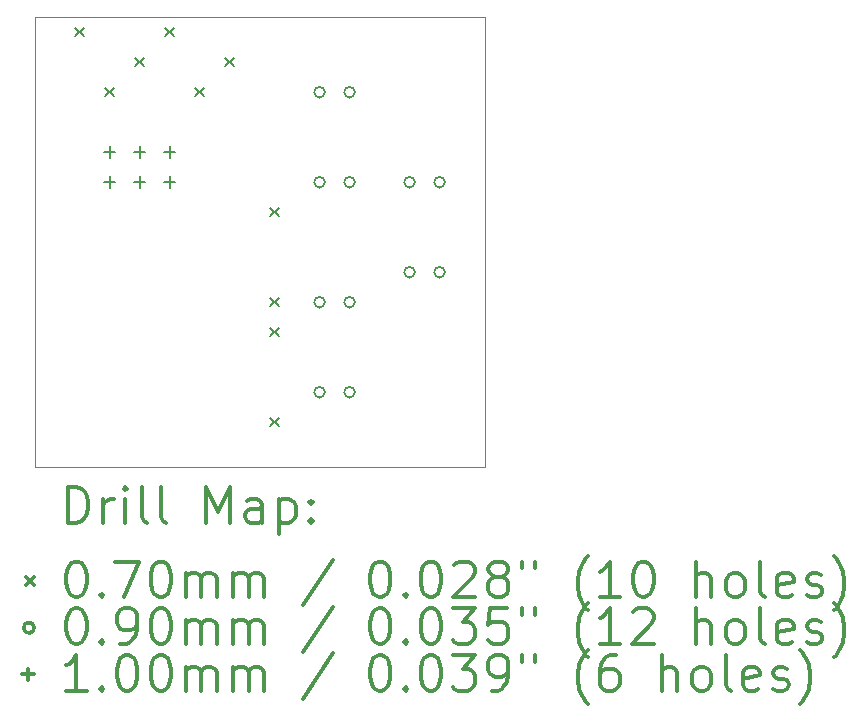
<source format=gbr>
%FSLAX45Y45*%
G04 Gerber Fmt 4.5, Leading zero omitted, Abs format (unit mm)*
G04 Created by KiCad (PCBNEW 5.1.9) date 2021-04-18 01:27:07*
%MOMM*%
%LPD*%
G01*
G04 APERTURE LIST*
%TA.AperFunction,Profile*%
%ADD10C,0.050000*%
%TD*%
%ADD11C,0.200000*%
%ADD12C,0.300000*%
G04 APERTURE END LIST*
D10*
X2413000Y-6223000D02*
X2413000Y-2413000D01*
X6223000Y-6223000D02*
X2413000Y-6223000D01*
X6223000Y-2413000D02*
X6223000Y-6223000D01*
X2413000Y-2413000D02*
X6223000Y-2413000D01*
D11*
X2759000Y-2505000D02*
X2829000Y-2575000D01*
X2829000Y-2505000D02*
X2759000Y-2575000D01*
X3013000Y-3013000D02*
X3083000Y-3083000D01*
X3083000Y-3013000D02*
X3013000Y-3083000D01*
X3267000Y-2759000D02*
X3337000Y-2829000D01*
X3337000Y-2759000D02*
X3267000Y-2829000D01*
X3521000Y-2505000D02*
X3591000Y-2575000D01*
X3591000Y-2505000D02*
X3521000Y-2575000D01*
X3775000Y-3013000D02*
X3845000Y-3083000D01*
X3845000Y-3013000D02*
X3775000Y-3083000D01*
X4029000Y-2759000D02*
X4099000Y-2829000D01*
X4099000Y-2759000D02*
X4029000Y-2829000D01*
X4410000Y-4029000D02*
X4480000Y-4099000D01*
X4480000Y-4029000D02*
X4410000Y-4099000D01*
X4410000Y-4791000D02*
X4480000Y-4861000D01*
X4480000Y-4791000D02*
X4410000Y-4861000D01*
X4410000Y-5045000D02*
X4480000Y-5115000D01*
X4480000Y-5045000D02*
X4410000Y-5115000D01*
X4410000Y-5807000D02*
X4480000Y-5877000D01*
X4480000Y-5807000D02*
X4410000Y-5877000D01*
X4871000Y-3048000D02*
G75*
G03*
X4871000Y-3048000I-45000J0D01*
G01*
X4871000Y-3810000D02*
G75*
G03*
X4871000Y-3810000I-45000J0D01*
G01*
X4871000Y-4826000D02*
G75*
G03*
X4871000Y-4826000I-45000J0D01*
G01*
X4871000Y-5588000D02*
G75*
G03*
X4871000Y-5588000I-45000J0D01*
G01*
X5125000Y-3048000D02*
G75*
G03*
X5125000Y-3048000I-45000J0D01*
G01*
X5125000Y-3810000D02*
G75*
G03*
X5125000Y-3810000I-45000J0D01*
G01*
X5125000Y-4826000D02*
G75*
G03*
X5125000Y-4826000I-45000J0D01*
G01*
X5125000Y-5588000D02*
G75*
G03*
X5125000Y-5588000I-45000J0D01*
G01*
X5633000Y-3810000D02*
G75*
G03*
X5633000Y-3810000I-45000J0D01*
G01*
X5633000Y-4572000D02*
G75*
G03*
X5633000Y-4572000I-45000J0D01*
G01*
X5887000Y-3810000D02*
G75*
G03*
X5887000Y-3810000I-45000J0D01*
G01*
X5887000Y-4572000D02*
G75*
G03*
X5887000Y-4572000I-45000J0D01*
G01*
X3048000Y-3506000D02*
X3048000Y-3606000D01*
X2998000Y-3556000D02*
X3098000Y-3556000D01*
X3048000Y-3760000D02*
X3048000Y-3860000D01*
X2998000Y-3810000D02*
X3098000Y-3810000D01*
X3302000Y-3506000D02*
X3302000Y-3606000D01*
X3252000Y-3556000D02*
X3352000Y-3556000D01*
X3302000Y-3760000D02*
X3302000Y-3860000D01*
X3252000Y-3810000D02*
X3352000Y-3810000D01*
X3556000Y-3506000D02*
X3556000Y-3606000D01*
X3506000Y-3556000D02*
X3606000Y-3556000D01*
X3556000Y-3760000D02*
X3556000Y-3860000D01*
X3506000Y-3810000D02*
X3606000Y-3810000D01*
D12*
X2696928Y-6691214D02*
X2696928Y-6391214D01*
X2768357Y-6391214D01*
X2811214Y-6405500D01*
X2839786Y-6434071D01*
X2854071Y-6462643D01*
X2868357Y-6519786D01*
X2868357Y-6562643D01*
X2854071Y-6619786D01*
X2839786Y-6648357D01*
X2811214Y-6676929D01*
X2768357Y-6691214D01*
X2696928Y-6691214D01*
X2996928Y-6691214D02*
X2996928Y-6491214D01*
X2996928Y-6548357D02*
X3011214Y-6519786D01*
X3025500Y-6505500D01*
X3054071Y-6491214D01*
X3082643Y-6491214D01*
X3182643Y-6691214D02*
X3182643Y-6491214D01*
X3182643Y-6391214D02*
X3168357Y-6405500D01*
X3182643Y-6419786D01*
X3196928Y-6405500D01*
X3182643Y-6391214D01*
X3182643Y-6419786D01*
X3368357Y-6691214D02*
X3339786Y-6676929D01*
X3325500Y-6648357D01*
X3325500Y-6391214D01*
X3525500Y-6691214D02*
X3496928Y-6676929D01*
X3482643Y-6648357D01*
X3482643Y-6391214D01*
X3868357Y-6691214D02*
X3868357Y-6391214D01*
X3968357Y-6605500D01*
X4068357Y-6391214D01*
X4068357Y-6691214D01*
X4339786Y-6691214D02*
X4339786Y-6534071D01*
X4325500Y-6505500D01*
X4296928Y-6491214D01*
X4239786Y-6491214D01*
X4211214Y-6505500D01*
X4339786Y-6676929D02*
X4311214Y-6691214D01*
X4239786Y-6691214D01*
X4211214Y-6676929D01*
X4196928Y-6648357D01*
X4196928Y-6619786D01*
X4211214Y-6591214D01*
X4239786Y-6576929D01*
X4311214Y-6576929D01*
X4339786Y-6562643D01*
X4482643Y-6491214D02*
X4482643Y-6791214D01*
X4482643Y-6505500D02*
X4511214Y-6491214D01*
X4568357Y-6491214D01*
X4596928Y-6505500D01*
X4611214Y-6519786D01*
X4625500Y-6548357D01*
X4625500Y-6634071D01*
X4611214Y-6662643D01*
X4596928Y-6676929D01*
X4568357Y-6691214D01*
X4511214Y-6691214D01*
X4482643Y-6676929D01*
X4754071Y-6662643D02*
X4768357Y-6676929D01*
X4754071Y-6691214D01*
X4739786Y-6676929D01*
X4754071Y-6662643D01*
X4754071Y-6691214D01*
X4754071Y-6505500D02*
X4768357Y-6519786D01*
X4754071Y-6534071D01*
X4739786Y-6519786D01*
X4754071Y-6505500D01*
X4754071Y-6534071D01*
X2340500Y-7150500D02*
X2410500Y-7220500D01*
X2410500Y-7150500D02*
X2340500Y-7220500D01*
X2754071Y-7021214D02*
X2782643Y-7021214D01*
X2811214Y-7035500D01*
X2825500Y-7049786D01*
X2839786Y-7078357D01*
X2854071Y-7135500D01*
X2854071Y-7206929D01*
X2839786Y-7264071D01*
X2825500Y-7292643D01*
X2811214Y-7306929D01*
X2782643Y-7321214D01*
X2754071Y-7321214D01*
X2725500Y-7306929D01*
X2711214Y-7292643D01*
X2696928Y-7264071D01*
X2682643Y-7206929D01*
X2682643Y-7135500D01*
X2696928Y-7078357D01*
X2711214Y-7049786D01*
X2725500Y-7035500D01*
X2754071Y-7021214D01*
X2982643Y-7292643D02*
X2996928Y-7306929D01*
X2982643Y-7321214D01*
X2968357Y-7306929D01*
X2982643Y-7292643D01*
X2982643Y-7321214D01*
X3096928Y-7021214D02*
X3296928Y-7021214D01*
X3168357Y-7321214D01*
X3468357Y-7021214D02*
X3496928Y-7021214D01*
X3525500Y-7035500D01*
X3539786Y-7049786D01*
X3554071Y-7078357D01*
X3568357Y-7135500D01*
X3568357Y-7206929D01*
X3554071Y-7264071D01*
X3539786Y-7292643D01*
X3525500Y-7306929D01*
X3496928Y-7321214D01*
X3468357Y-7321214D01*
X3439786Y-7306929D01*
X3425500Y-7292643D01*
X3411214Y-7264071D01*
X3396928Y-7206929D01*
X3396928Y-7135500D01*
X3411214Y-7078357D01*
X3425500Y-7049786D01*
X3439786Y-7035500D01*
X3468357Y-7021214D01*
X3696928Y-7321214D02*
X3696928Y-7121214D01*
X3696928Y-7149786D02*
X3711214Y-7135500D01*
X3739786Y-7121214D01*
X3782643Y-7121214D01*
X3811214Y-7135500D01*
X3825500Y-7164071D01*
X3825500Y-7321214D01*
X3825500Y-7164071D02*
X3839786Y-7135500D01*
X3868357Y-7121214D01*
X3911214Y-7121214D01*
X3939786Y-7135500D01*
X3954071Y-7164071D01*
X3954071Y-7321214D01*
X4096928Y-7321214D02*
X4096928Y-7121214D01*
X4096928Y-7149786D02*
X4111214Y-7135500D01*
X4139786Y-7121214D01*
X4182643Y-7121214D01*
X4211214Y-7135500D01*
X4225500Y-7164071D01*
X4225500Y-7321214D01*
X4225500Y-7164071D02*
X4239786Y-7135500D01*
X4268357Y-7121214D01*
X4311214Y-7121214D01*
X4339786Y-7135500D01*
X4354071Y-7164071D01*
X4354071Y-7321214D01*
X4939786Y-7006929D02*
X4682643Y-7392643D01*
X5325500Y-7021214D02*
X5354071Y-7021214D01*
X5382643Y-7035500D01*
X5396928Y-7049786D01*
X5411214Y-7078357D01*
X5425500Y-7135500D01*
X5425500Y-7206929D01*
X5411214Y-7264071D01*
X5396928Y-7292643D01*
X5382643Y-7306929D01*
X5354071Y-7321214D01*
X5325500Y-7321214D01*
X5296928Y-7306929D01*
X5282643Y-7292643D01*
X5268357Y-7264071D01*
X5254071Y-7206929D01*
X5254071Y-7135500D01*
X5268357Y-7078357D01*
X5282643Y-7049786D01*
X5296928Y-7035500D01*
X5325500Y-7021214D01*
X5554071Y-7292643D02*
X5568357Y-7306929D01*
X5554071Y-7321214D01*
X5539786Y-7306929D01*
X5554071Y-7292643D01*
X5554071Y-7321214D01*
X5754071Y-7021214D02*
X5782643Y-7021214D01*
X5811214Y-7035500D01*
X5825500Y-7049786D01*
X5839786Y-7078357D01*
X5854071Y-7135500D01*
X5854071Y-7206929D01*
X5839786Y-7264071D01*
X5825500Y-7292643D01*
X5811214Y-7306929D01*
X5782643Y-7321214D01*
X5754071Y-7321214D01*
X5725500Y-7306929D01*
X5711214Y-7292643D01*
X5696928Y-7264071D01*
X5682643Y-7206929D01*
X5682643Y-7135500D01*
X5696928Y-7078357D01*
X5711214Y-7049786D01*
X5725500Y-7035500D01*
X5754071Y-7021214D01*
X5968357Y-7049786D02*
X5982643Y-7035500D01*
X6011214Y-7021214D01*
X6082643Y-7021214D01*
X6111214Y-7035500D01*
X6125500Y-7049786D01*
X6139786Y-7078357D01*
X6139786Y-7106929D01*
X6125500Y-7149786D01*
X5954071Y-7321214D01*
X6139786Y-7321214D01*
X6311214Y-7149786D02*
X6282643Y-7135500D01*
X6268357Y-7121214D01*
X6254071Y-7092643D01*
X6254071Y-7078357D01*
X6268357Y-7049786D01*
X6282643Y-7035500D01*
X6311214Y-7021214D01*
X6368357Y-7021214D01*
X6396928Y-7035500D01*
X6411214Y-7049786D01*
X6425500Y-7078357D01*
X6425500Y-7092643D01*
X6411214Y-7121214D01*
X6396928Y-7135500D01*
X6368357Y-7149786D01*
X6311214Y-7149786D01*
X6282643Y-7164071D01*
X6268357Y-7178357D01*
X6254071Y-7206929D01*
X6254071Y-7264071D01*
X6268357Y-7292643D01*
X6282643Y-7306929D01*
X6311214Y-7321214D01*
X6368357Y-7321214D01*
X6396928Y-7306929D01*
X6411214Y-7292643D01*
X6425500Y-7264071D01*
X6425500Y-7206929D01*
X6411214Y-7178357D01*
X6396928Y-7164071D01*
X6368357Y-7149786D01*
X6539786Y-7021214D02*
X6539786Y-7078357D01*
X6654071Y-7021214D02*
X6654071Y-7078357D01*
X7096928Y-7435500D02*
X7082643Y-7421214D01*
X7054071Y-7378357D01*
X7039786Y-7349786D01*
X7025500Y-7306929D01*
X7011214Y-7235500D01*
X7011214Y-7178357D01*
X7025500Y-7106929D01*
X7039786Y-7064071D01*
X7054071Y-7035500D01*
X7082643Y-6992643D01*
X7096928Y-6978357D01*
X7368357Y-7321214D02*
X7196928Y-7321214D01*
X7282643Y-7321214D02*
X7282643Y-7021214D01*
X7254071Y-7064071D01*
X7225500Y-7092643D01*
X7196928Y-7106929D01*
X7554071Y-7021214D02*
X7582643Y-7021214D01*
X7611214Y-7035500D01*
X7625500Y-7049786D01*
X7639786Y-7078357D01*
X7654071Y-7135500D01*
X7654071Y-7206929D01*
X7639786Y-7264071D01*
X7625500Y-7292643D01*
X7611214Y-7306929D01*
X7582643Y-7321214D01*
X7554071Y-7321214D01*
X7525500Y-7306929D01*
X7511214Y-7292643D01*
X7496928Y-7264071D01*
X7482643Y-7206929D01*
X7482643Y-7135500D01*
X7496928Y-7078357D01*
X7511214Y-7049786D01*
X7525500Y-7035500D01*
X7554071Y-7021214D01*
X8011214Y-7321214D02*
X8011214Y-7021214D01*
X8139786Y-7321214D02*
X8139786Y-7164071D01*
X8125500Y-7135500D01*
X8096928Y-7121214D01*
X8054071Y-7121214D01*
X8025500Y-7135500D01*
X8011214Y-7149786D01*
X8325500Y-7321214D02*
X8296928Y-7306929D01*
X8282643Y-7292643D01*
X8268357Y-7264071D01*
X8268357Y-7178357D01*
X8282643Y-7149786D01*
X8296928Y-7135500D01*
X8325500Y-7121214D01*
X8368357Y-7121214D01*
X8396928Y-7135500D01*
X8411214Y-7149786D01*
X8425500Y-7178357D01*
X8425500Y-7264071D01*
X8411214Y-7292643D01*
X8396928Y-7306929D01*
X8368357Y-7321214D01*
X8325500Y-7321214D01*
X8596928Y-7321214D02*
X8568357Y-7306929D01*
X8554071Y-7278357D01*
X8554071Y-7021214D01*
X8825500Y-7306929D02*
X8796928Y-7321214D01*
X8739786Y-7321214D01*
X8711214Y-7306929D01*
X8696928Y-7278357D01*
X8696928Y-7164071D01*
X8711214Y-7135500D01*
X8739786Y-7121214D01*
X8796928Y-7121214D01*
X8825500Y-7135500D01*
X8839786Y-7164071D01*
X8839786Y-7192643D01*
X8696928Y-7221214D01*
X8954071Y-7306929D02*
X8982643Y-7321214D01*
X9039786Y-7321214D01*
X9068357Y-7306929D01*
X9082643Y-7278357D01*
X9082643Y-7264071D01*
X9068357Y-7235500D01*
X9039786Y-7221214D01*
X8996928Y-7221214D01*
X8968357Y-7206929D01*
X8954071Y-7178357D01*
X8954071Y-7164071D01*
X8968357Y-7135500D01*
X8996928Y-7121214D01*
X9039786Y-7121214D01*
X9068357Y-7135500D01*
X9182643Y-7435500D02*
X9196928Y-7421214D01*
X9225500Y-7378357D01*
X9239786Y-7349786D01*
X9254071Y-7306929D01*
X9268357Y-7235500D01*
X9268357Y-7178357D01*
X9254071Y-7106929D01*
X9239786Y-7064071D01*
X9225500Y-7035500D01*
X9196928Y-6992643D01*
X9182643Y-6978357D01*
X2410500Y-7581500D02*
G75*
G03*
X2410500Y-7581500I-45000J0D01*
G01*
X2754071Y-7417214D02*
X2782643Y-7417214D01*
X2811214Y-7431500D01*
X2825500Y-7445786D01*
X2839786Y-7474357D01*
X2854071Y-7531500D01*
X2854071Y-7602929D01*
X2839786Y-7660071D01*
X2825500Y-7688643D01*
X2811214Y-7702929D01*
X2782643Y-7717214D01*
X2754071Y-7717214D01*
X2725500Y-7702929D01*
X2711214Y-7688643D01*
X2696928Y-7660071D01*
X2682643Y-7602929D01*
X2682643Y-7531500D01*
X2696928Y-7474357D01*
X2711214Y-7445786D01*
X2725500Y-7431500D01*
X2754071Y-7417214D01*
X2982643Y-7688643D02*
X2996928Y-7702929D01*
X2982643Y-7717214D01*
X2968357Y-7702929D01*
X2982643Y-7688643D01*
X2982643Y-7717214D01*
X3139786Y-7717214D02*
X3196928Y-7717214D01*
X3225500Y-7702929D01*
X3239786Y-7688643D01*
X3268357Y-7645786D01*
X3282643Y-7588643D01*
X3282643Y-7474357D01*
X3268357Y-7445786D01*
X3254071Y-7431500D01*
X3225500Y-7417214D01*
X3168357Y-7417214D01*
X3139786Y-7431500D01*
X3125500Y-7445786D01*
X3111214Y-7474357D01*
X3111214Y-7545786D01*
X3125500Y-7574357D01*
X3139786Y-7588643D01*
X3168357Y-7602929D01*
X3225500Y-7602929D01*
X3254071Y-7588643D01*
X3268357Y-7574357D01*
X3282643Y-7545786D01*
X3468357Y-7417214D02*
X3496928Y-7417214D01*
X3525500Y-7431500D01*
X3539786Y-7445786D01*
X3554071Y-7474357D01*
X3568357Y-7531500D01*
X3568357Y-7602929D01*
X3554071Y-7660071D01*
X3539786Y-7688643D01*
X3525500Y-7702929D01*
X3496928Y-7717214D01*
X3468357Y-7717214D01*
X3439786Y-7702929D01*
X3425500Y-7688643D01*
X3411214Y-7660071D01*
X3396928Y-7602929D01*
X3396928Y-7531500D01*
X3411214Y-7474357D01*
X3425500Y-7445786D01*
X3439786Y-7431500D01*
X3468357Y-7417214D01*
X3696928Y-7717214D02*
X3696928Y-7517214D01*
X3696928Y-7545786D02*
X3711214Y-7531500D01*
X3739786Y-7517214D01*
X3782643Y-7517214D01*
X3811214Y-7531500D01*
X3825500Y-7560071D01*
X3825500Y-7717214D01*
X3825500Y-7560071D02*
X3839786Y-7531500D01*
X3868357Y-7517214D01*
X3911214Y-7517214D01*
X3939786Y-7531500D01*
X3954071Y-7560071D01*
X3954071Y-7717214D01*
X4096928Y-7717214D02*
X4096928Y-7517214D01*
X4096928Y-7545786D02*
X4111214Y-7531500D01*
X4139786Y-7517214D01*
X4182643Y-7517214D01*
X4211214Y-7531500D01*
X4225500Y-7560071D01*
X4225500Y-7717214D01*
X4225500Y-7560071D02*
X4239786Y-7531500D01*
X4268357Y-7517214D01*
X4311214Y-7517214D01*
X4339786Y-7531500D01*
X4354071Y-7560071D01*
X4354071Y-7717214D01*
X4939786Y-7402929D02*
X4682643Y-7788643D01*
X5325500Y-7417214D02*
X5354071Y-7417214D01*
X5382643Y-7431500D01*
X5396928Y-7445786D01*
X5411214Y-7474357D01*
X5425500Y-7531500D01*
X5425500Y-7602929D01*
X5411214Y-7660071D01*
X5396928Y-7688643D01*
X5382643Y-7702929D01*
X5354071Y-7717214D01*
X5325500Y-7717214D01*
X5296928Y-7702929D01*
X5282643Y-7688643D01*
X5268357Y-7660071D01*
X5254071Y-7602929D01*
X5254071Y-7531500D01*
X5268357Y-7474357D01*
X5282643Y-7445786D01*
X5296928Y-7431500D01*
X5325500Y-7417214D01*
X5554071Y-7688643D02*
X5568357Y-7702929D01*
X5554071Y-7717214D01*
X5539786Y-7702929D01*
X5554071Y-7688643D01*
X5554071Y-7717214D01*
X5754071Y-7417214D02*
X5782643Y-7417214D01*
X5811214Y-7431500D01*
X5825500Y-7445786D01*
X5839786Y-7474357D01*
X5854071Y-7531500D01*
X5854071Y-7602929D01*
X5839786Y-7660071D01*
X5825500Y-7688643D01*
X5811214Y-7702929D01*
X5782643Y-7717214D01*
X5754071Y-7717214D01*
X5725500Y-7702929D01*
X5711214Y-7688643D01*
X5696928Y-7660071D01*
X5682643Y-7602929D01*
X5682643Y-7531500D01*
X5696928Y-7474357D01*
X5711214Y-7445786D01*
X5725500Y-7431500D01*
X5754071Y-7417214D01*
X5954071Y-7417214D02*
X6139786Y-7417214D01*
X6039786Y-7531500D01*
X6082643Y-7531500D01*
X6111214Y-7545786D01*
X6125500Y-7560071D01*
X6139786Y-7588643D01*
X6139786Y-7660071D01*
X6125500Y-7688643D01*
X6111214Y-7702929D01*
X6082643Y-7717214D01*
X5996928Y-7717214D01*
X5968357Y-7702929D01*
X5954071Y-7688643D01*
X6411214Y-7417214D02*
X6268357Y-7417214D01*
X6254071Y-7560071D01*
X6268357Y-7545786D01*
X6296928Y-7531500D01*
X6368357Y-7531500D01*
X6396928Y-7545786D01*
X6411214Y-7560071D01*
X6425500Y-7588643D01*
X6425500Y-7660071D01*
X6411214Y-7688643D01*
X6396928Y-7702929D01*
X6368357Y-7717214D01*
X6296928Y-7717214D01*
X6268357Y-7702929D01*
X6254071Y-7688643D01*
X6539786Y-7417214D02*
X6539786Y-7474357D01*
X6654071Y-7417214D02*
X6654071Y-7474357D01*
X7096928Y-7831500D02*
X7082643Y-7817214D01*
X7054071Y-7774357D01*
X7039786Y-7745786D01*
X7025500Y-7702929D01*
X7011214Y-7631500D01*
X7011214Y-7574357D01*
X7025500Y-7502929D01*
X7039786Y-7460071D01*
X7054071Y-7431500D01*
X7082643Y-7388643D01*
X7096928Y-7374357D01*
X7368357Y-7717214D02*
X7196928Y-7717214D01*
X7282643Y-7717214D02*
X7282643Y-7417214D01*
X7254071Y-7460071D01*
X7225500Y-7488643D01*
X7196928Y-7502929D01*
X7482643Y-7445786D02*
X7496928Y-7431500D01*
X7525500Y-7417214D01*
X7596928Y-7417214D01*
X7625500Y-7431500D01*
X7639786Y-7445786D01*
X7654071Y-7474357D01*
X7654071Y-7502929D01*
X7639786Y-7545786D01*
X7468357Y-7717214D01*
X7654071Y-7717214D01*
X8011214Y-7717214D02*
X8011214Y-7417214D01*
X8139786Y-7717214D02*
X8139786Y-7560071D01*
X8125500Y-7531500D01*
X8096928Y-7517214D01*
X8054071Y-7517214D01*
X8025500Y-7531500D01*
X8011214Y-7545786D01*
X8325500Y-7717214D02*
X8296928Y-7702929D01*
X8282643Y-7688643D01*
X8268357Y-7660071D01*
X8268357Y-7574357D01*
X8282643Y-7545786D01*
X8296928Y-7531500D01*
X8325500Y-7517214D01*
X8368357Y-7517214D01*
X8396928Y-7531500D01*
X8411214Y-7545786D01*
X8425500Y-7574357D01*
X8425500Y-7660071D01*
X8411214Y-7688643D01*
X8396928Y-7702929D01*
X8368357Y-7717214D01*
X8325500Y-7717214D01*
X8596928Y-7717214D02*
X8568357Y-7702929D01*
X8554071Y-7674357D01*
X8554071Y-7417214D01*
X8825500Y-7702929D02*
X8796928Y-7717214D01*
X8739786Y-7717214D01*
X8711214Y-7702929D01*
X8696928Y-7674357D01*
X8696928Y-7560071D01*
X8711214Y-7531500D01*
X8739786Y-7517214D01*
X8796928Y-7517214D01*
X8825500Y-7531500D01*
X8839786Y-7560071D01*
X8839786Y-7588643D01*
X8696928Y-7617214D01*
X8954071Y-7702929D02*
X8982643Y-7717214D01*
X9039786Y-7717214D01*
X9068357Y-7702929D01*
X9082643Y-7674357D01*
X9082643Y-7660071D01*
X9068357Y-7631500D01*
X9039786Y-7617214D01*
X8996928Y-7617214D01*
X8968357Y-7602929D01*
X8954071Y-7574357D01*
X8954071Y-7560071D01*
X8968357Y-7531500D01*
X8996928Y-7517214D01*
X9039786Y-7517214D01*
X9068357Y-7531500D01*
X9182643Y-7831500D02*
X9196928Y-7817214D01*
X9225500Y-7774357D01*
X9239786Y-7745786D01*
X9254071Y-7702929D01*
X9268357Y-7631500D01*
X9268357Y-7574357D01*
X9254071Y-7502929D01*
X9239786Y-7460071D01*
X9225500Y-7431500D01*
X9196928Y-7388643D01*
X9182643Y-7374357D01*
X2360500Y-7927500D02*
X2360500Y-8027500D01*
X2310500Y-7977500D02*
X2410500Y-7977500D01*
X2854071Y-8113214D02*
X2682643Y-8113214D01*
X2768357Y-8113214D02*
X2768357Y-7813214D01*
X2739786Y-7856071D01*
X2711214Y-7884643D01*
X2682643Y-7898929D01*
X2982643Y-8084643D02*
X2996928Y-8098929D01*
X2982643Y-8113214D01*
X2968357Y-8098929D01*
X2982643Y-8084643D01*
X2982643Y-8113214D01*
X3182643Y-7813214D02*
X3211214Y-7813214D01*
X3239786Y-7827500D01*
X3254071Y-7841786D01*
X3268357Y-7870357D01*
X3282643Y-7927500D01*
X3282643Y-7998929D01*
X3268357Y-8056071D01*
X3254071Y-8084643D01*
X3239786Y-8098929D01*
X3211214Y-8113214D01*
X3182643Y-8113214D01*
X3154071Y-8098929D01*
X3139786Y-8084643D01*
X3125500Y-8056071D01*
X3111214Y-7998929D01*
X3111214Y-7927500D01*
X3125500Y-7870357D01*
X3139786Y-7841786D01*
X3154071Y-7827500D01*
X3182643Y-7813214D01*
X3468357Y-7813214D02*
X3496928Y-7813214D01*
X3525500Y-7827500D01*
X3539786Y-7841786D01*
X3554071Y-7870357D01*
X3568357Y-7927500D01*
X3568357Y-7998929D01*
X3554071Y-8056071D01*
X3539786Y-8084643D01*
X3525500Y-8098929D01*
X3496928Y-8113214D01*
X3468357Y-8113214D01*
X3439786Y-8098929D01*
X3425500Y-8084643D01*
X3411214Y-8056071D01*
X3396928Y-7998929D01*
X3396928Y-7927500D01*
X3411214Y-7870357D01*
X3425500Y-7841786D01*
X3439786Y-7827500D01*
X3468357Y-7813214D01*
X3696928Y-8113214D02*
X3696928Y-7913214D01*
X3696928Y-7941786D02*
X3711214Y-7927500D01*
X3739786Y-7913214D01*
X3782643Y-7913214D01*
X3811214Y-7927500D01*
X3825500Y-7956071D01*
X3825500Y-8113214D01*
X3825500Y-7956071D02*
X3839786Y-7927500D01*
X3868357Y-7913214D01*
X3911214Y-7913214D01*
X3939786Y-7927500D01*
X3954071Y-7956071D01*
X3954071Y-8113214D01*
X4096928Y-8113214D02*
X4096928Y-7913214D01*
X4096928Y-7941786D02*
X4111214Y-7927500D01*
X4139786Y-7913214D01*
X4182643Y-7913214D01*
X4211214Y-7927500D01*
X4225500Y-7956071D01*
X4225500Y-8113214D01*
X4225500Y-7956071D02*
X4239786Y-7927500D01*
X4268357Y-7913214D01*
X4311214Y-7913214D01*
X4339786Y-7927500D01*
X4354071Y-7956071D01*
X4354071Y-8113214D01*
X4939786Y-7798929D02*
X4682643Y-8184643D01*
X5325500Y-7813214D02*
X5354071Y-7813214D01*
X5382643Y-7827500D01*
X5396928Y-7841786D01*
X5411214Y-7870357D01*
X5425500Y-7927500D01*
X5425500Y-7998929D01*
X5411214Y-8056071D01*
X5396928Y-8084643D01*
X5382643Y-8098929D01*
X5354071Y-8113214D01*
X5325500Y-8113214D01*
X5296928Y-8098929D01*
X5282643Y-8084643D01*
X5268357Y-8056071D01*
X5254071Y-7998929D01*
X5254071Y-7927500D01*
X5268357Y-7870357D01*
X5282643Y-7841786D01*
X5296928Y-7827500D01*
X5325500Y-7813214D01*
X5554071Y-8084643D02*
X5568357Y-8098929D01*
X5554071Y-8113214D01*
X5539786Y-8098929D01*
X5554071Y-8084643D01*
X5554071Y-8113214D01*
X5754071Y-7813214D02*
X5782643Y-7813214D01*
X5811214Y-7827500D01*
X5825500Y-7841786D01*
X5839786Y-7870357D01*
X5854071Y-7927500D01*
X5854071Y-7998929D01*
X5839786Y-8056071D01*
X5825500Y-8084643D01*
X5811214Y-8098929D01*
X5782643Y-8113214D01*
X5754071Y-8113214D01*
X5725500Y-8098929D01*
X5711214Y-8084643D01*
X5696928Y-8056071D01*
X5682643Y-7998929D01*
X5682643Y-7927500D01*
X5696928Y-7870357D01*
X5711214Y-7841786D01*
X5725500Y-7827500D01*
X5754071Y-7813214D01*
X5954071Y-7813214D02*
X6139786Y-7813214D01*
X6039786Y-7927500D01*
X6082643Y-7927500D01*
X6111214Y-7941786D01*
X6125500Y-7956071D01*
X6139786Y-7984643D01*
X6139786Y-8056071D01*
X6125500Y-8084643D01*
X6111214Y-8098929D01*
X6082643Y-8113214D01*
X5996928Y-8113214D01*
X5968357Y-8098929D01*
X5954071Y-8084643D01*
X6282643Y-8113214D02*
X6339786Y-8113214D01*
X6368357Y-8098929D01*
X6382643Y-8084643D01*
X6411214Y-8041786D01*
X6425500Y-7984643D01*
X6425500Y-7870357D01*
X6411214Y-7841786D01*
X6396928Y-7827500D01*
X6368357Y-7813214D01*
X6311214Y-7813214D01*
X6282643Y-7827500D01*
X6268357Y-7841786D01*
X6254071Y-7870357D01*
X6254071Y-7941786D01*
X6268357Y-7970357D01*
X6282643Y-7984643D01*
X6311214Y-7998929D01*
X6368357Y-7998929D01*
X6396928Y-7984643D01*
X6411214Y-7970357D01*
X6425500Y-7941786D01*
X6539786Y-7813214D02*
X6539786Y-7870357D01*
X6654071Y-7813214D02*
X6654071Y-7870357D01*
X7096928Y-8227500D02*
X7082643Y-8213214D01*
X7054071Y-8170357D01*
X7039786Y-8141786D01*
X7025500Y-8098929D01*
X7011214Y-8027500D01*
X7011214Y-7970357D01*
X7025500Y-7898929D01*
X7039786Y-7856071D01*
X7054071Y-7827500D01*
X7082643Y-7784643D01*
X7096928Y-7770357D01*
X7339786Y-7813214D02*
X7282643Y-7813214D01*
X7254071Y-7827500D01*
X7239786Y-7841786D01*
X7211214Y-7884643D01*
X7196928Y-7941786D01*
X7196928Y-8056071D01*
X7211214Y-8084643D01*
X7225500Y-8098929D01*
X7254071Y-8113214D01*
X7311214Y-8113214D01*
X7339786Y-8098929D01*
X7354071Y-8084643D01*
X7368357Y-8056071D01*
X7368357Y-7984643D01*
X7354071Y-7956071D01*
X7339786Y-7941786D01*
X7311214Y-7927500D01*
X7254071Y-7927500D01*
X7225500Y-7941786D01*
X7211214Y-7956071D01*
X7196928Y-7984643D01*
X7725500Y-8113214D02*
X7725500Y-7813214D01*
X7854071Y-8113214D02*
X7854071Y-7956071D01*
X7839786Y-7927500D01*
X7811214Y-7913214D01*
X7768357Y-7913214D01*
X7739786Y-7927500D01*
X7725500Y-7941786D01*
X8039786Y-8113214D02*
X8011214Y-8098929D01*
X7996928Y-8084643D01*
X7982643Y-8056071D01*
X7982643Y-7970357D01*
X7996928Y-7941786D01*
X8011214Y-7927500D01*
X8039786Y-7913214D01*
X8082643Y-7913214D01*
X8111214Y-7927500D01*
X8125500Y-7941786D01*
X8139786Y-7970357D01*
X8139786Y-8056071D01*
X8125500Y-8084643D01*
X8111214Y-8098929D01*
X8082643Y-8113214D01*
X8039786Y-8113214D01*
X8311214Y-8113214D02*
X8282643Y-8098929D01*
X8268357Y-8070357D01*
X8268357Y-7813214D01*
X8539786Y-8098929D02*
X8511214Y-8113214D01*
X8454071Y-8113214D01*
X8425500Y-8098929D01*
X8411214Y-8070357D01*
X8411214Y-7956071D01*
X8425500Y-7927500D01*
X8454071Y-7913214D01*
X8511214Y-7913214D01*
X8539786Y-7927500D01*
X8554071Y-7956071D01*
X8554071Y-7984643D01*
X8411214Y-8013214D01*
X8668357Y-8098929D02*
X8696928Y-8113214D01*
X8754071Y-8113214D01*
X8782643Y-8098929D01*
X8796928Y-8070357D01*
X8796928Y-8056071D01*
X8782643Y-8027500D01*
X8754071Y-8013214D01*
X8711214Y-8013214D01*
X8682643Y-7998929D01*
X8668357Y-7970357D01*
X8668357Y-7956071D01*
X8682643Y-7927500D01*
X8711214Y-7913214D01*
X8754071Y-7913214D01*
X8782643Y-7927500D01*
X8896928Y-8227500D02*
X8911214Y-8213214D01*
X8939786Y-8170357D01*
X8954071Y-8141786D01*
X8968357Y-8098929D01*
X8982643Y-8027500D01*
X8982643Y-7970357D01*
X8968357Y-7898929D01*
X8954071Y-7856071D01*
X8939786Y-7827500D01*
X8911214Y-7784643D01*
X8896928Y-7770357D01*
M02*

</source>
